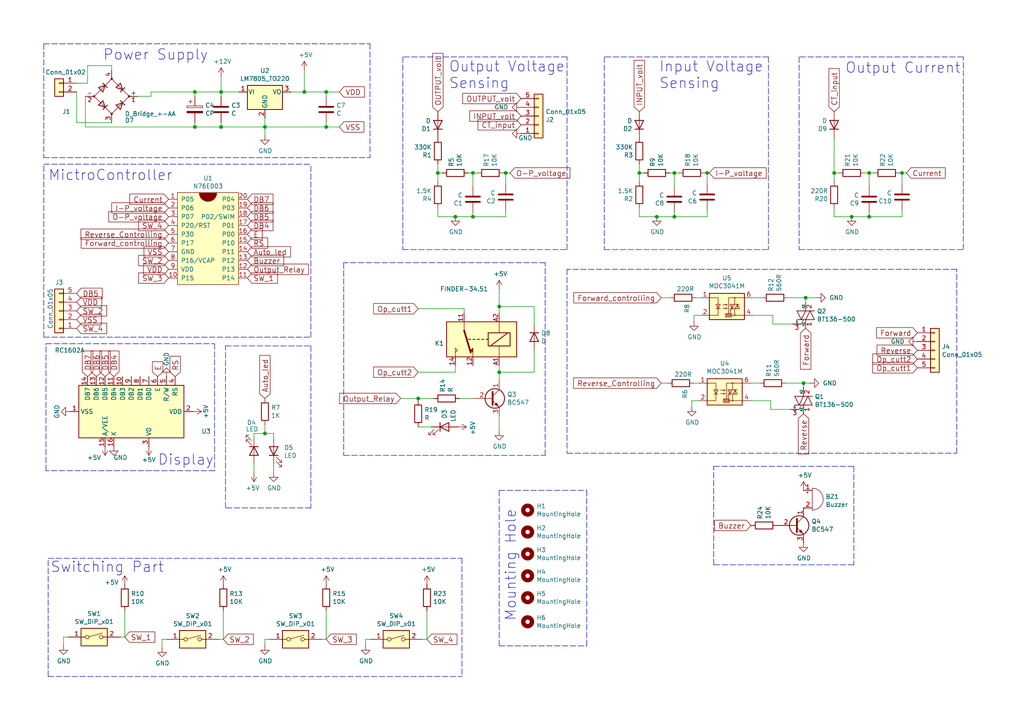
<source format=kicad_sch>
(kicad_sch (version 20231120) (generator "eeschema") (generator_version "8.0")
  (paper "A4")
  (junction (at 76.835 125.73))
  (junction (at 76.835 36.83))
  (junction (at 195.58 62.865))
  (junction (at 185.42 50.165))
  (junction (at 144.78 107.95))
  (junction (at 88.265 26.67))
  (junction (at 94.615 26.67))
  (junction (at 205.105 50.165))
  (junction (at 137.16 50.165))
  (junction (at 233.045 111.125))
  (junction (at 144.78 88.9))
  (junction (at 146.685 50.165))
  (junction (at 64.135 36.83))
  (junction (at 56.515 26.67))
  (junction (at 195.58 50.165))
  (junction (at 233.68 86.36))
  (junction (at 56.515 36.83))
  (junction (at 64.135 26.67))
  (junction (at 241.935 50.165))
  (junction (at 252.095 62.865))
  (junction (at 94.615 36.83))
  (junction (at 261.62 50.165))
  (junction (at 137.16 62.865))
  (junction (at 190.5 62.865))
  (junction (at 121.285 115.57))
  (junction (at 252.095 50.165))
  (junction (at 127 50.165))
  (junction (at 247.015 62.865))
  (junction (at 132.08 62.865))
  (wire (pts (xy 32.385 19.05) (xy 32.385 20.32)))
  (wire (pts (xy 24.765 36.83) (xy 56.515 36.83)))
  (wire (pts (xy 24.765 27.94) (xy 24.765 36.83)))
  (wire (pts (xy 106.045 187.325) (xy 106.045 185.42)))
  (wire (pts (xy 185.42 50.165) (xy 185.42 52.705)))
  (wire (pts (xy 204.47 50.165) (xy 205.105 50.165)))
  (wire (pts (xy 94.615 35.56) (xy 94.615 36.83)))
  (wire (pts (xy 116.205 115.57) (xy 121.285 115.57)))
  (wire (pts (xy 76.835 125.73) (xy 76.835 123.19)))
  (wire (pts (xy 64.135 26.67) (xy 69.215 26.67)))
  (wire (pts (xy 76.835 125.73) (xy 79.375 125.73)))
  (wire (pts (xy 233.045 111.125) (xy 234.95 111.125)))
  (polyline (pts (xy 65.405 147.32) (xy 65.405 100.33)) (stroke (width 0) (type dash)))
  (wire (pts (xy 146.685 62.865) (xy 146.685 60.96)))
  (wire (pts (xy 205.105 53.34) (xy 205.105 50.165)))
  (polyline (pts (xy 158.115 76.2) (xy 99.695 76.2)) (stroke (width 0) (type dash)))
  (polyline (pts (xy 175.26 72.39) (xy 222.885 72.39)) (stroke (width 0) (type dash)))
  (wire (pts (xy 252.095 50.165) (xy 250.825 50.165)))
  (polyline (pts (xy 164.465 131.445) (xy 277.495 131.445)) (stroke (width 0) (type dash)))
  (polyline (pts (xy 99.695 132.08) (xy 158.115 132.08)) (stroke (width 0) (type dash)))
  (wire (pts (xy 76.835 36.83) (xy 94.615 36.83)))
  (polyline (pts (xy 247.65 163.83) (xy 207.01 163.83)) (stroke (width 0) (type dash)))
  (wire (pts (xy 78.105 185.42) (xy 76.835 185.42)))
  (wire (pts (xy 247.015 62.865) (xy 252.095 62.865)))
  (polyline (pts (xy 222.885 16.51) (xy 222.885 72.39)) (stroke (width 0) (type dash)))
  (wire (pts (xy 252.095 61.595) (xy 252.095 62.865)))
  (polyline (pts (xy 12.7 47.625) (xy 90.17 47.625)) (stroke (width 0) (type dash)))
  (polyline (pts (xy 144.78 187.325) (xy 170.18 187.325)) (stroke (width 0) (type dash)))
  (polyline (pts (xy 164.465 78.105) (xy 164.465 131.445)) (stroke (width 0) (type dash)))
  (wire (pts (xy 73.66 134.62) (xy 73.66 137.16)))
  (wire (pts (xy 107.315 185.42) (xy 106.045 185.42)))
  (wire (pts (xy 40.005 27.94) (xy 43.815 27.94)))
  (wire (pts (xy 64.135 36.83) (xy 56.515 36.83)))
  (wire (pts (xy 186.69 50.165) (xy 185.42 50.165)))
  (wire (pts (xy 218.44 91.44) (xy 224.155 91.44)))
  (wire (pts (xy 261.62 50.165) (xy 261.62 53.34)))
  (wire (pts (xy 127 60.325) (xy 127 62.865)))
  (wire (pts (xy 64.77 177.165) (xy 64.77 185.42)))
  (wire (pts (xy 22.225 35.56) (xy 32.385 35.56)))
  (wire (pts (xy 144.78 88.9) (xy 154.94 88.9)))
  (polyline (pts (xy 133.985 161.925) (xy 133.985 196.215)) (stroke (width 0) (type dash)))
  (polyline (pts (xy 13.335 99.695) (xy 62.23 99.695)) (stroke (width 0) (type dash)))
  (polyline (pts (xy 65.405 100.33) (xy 90.17 100.33)) (stroke (width 0) (type dash)))
  (polyline (pts (xy 116.84 16.51) (xy 116.84 72.39)) (stroke (width 0) (type dash)))
  (wire (pts (xy 137.16 61.595) (xy 137.16 62.865)))
  (wire (pts (xy 94.615 36.83) (xy 98.425 36.83)))
  (wire (pts (xy 154.94 107.95) (xy 154.94 101.6)))
  (polyline (pts (xy 279.4 16.51) (xy 231.775 16.51)) (stroke (width 0) (type dash)))
  (polyline (pts (xy 12.7 97.79) (xy 90.17 97.79)) (stroke (width 0) (type dash)))
  (polyline (pts (xy 144.78 142.24) (xy 144.78 187.325)) (stroke (width 0) (type dash)))
  (wire (pts (xy 233.045 112.395) (xy 233.045 111.125)))
  (wire (pts (xy 127 47.625) (xy 127 50.165)))
  (wire (pts (xy 94.615 177.165) (xy 94.615 185.42)))
  (wire (pts (xy 261.62 50.165) (xy 262.89 50.165)))
  (polyline (pts (xy 13.97 196.215) (xy 13.97 161.925)) (stroke (width 0) (type dash)))
  (wire (pts (xy 25.4 24.13) (xy 25.4 19.05)))
  (polyline (pts (xy 175.26 16.51) (xy 175.26 72.39)) (stroke (width 0) (type dash)))
  (wire (pts (xy 146.685 50.165) (xy 147.955 50.165)))
  (wire (pts (xy 144.78 83.82) (xy 144.78 88.9)))
  (wire (pts (xy 46.99 187.96) (xy 46.99 185.42)))
  (wire (pts (xy 128.27 50.165) (xy 127 50.165)))
  (wire (pts (xy 144.78 88.9) (xy 144.78 90.805)))
  (wire (pts (xy 127 62.865) (xy 132.08 62.865)))
  (wire (pts (xy 241.935 62.865) (xy 247.015 62.865)))
  (wire (pts (xy 56.515 36.83) (xy 56.515 35.56)))
  (polyline (pts (xy 13.97 196.215) (xy 133.985 196.215)) (stroke (width 0) (type dash)))
  (wire (pts (xy 76.835 187.325) (xy 76.835 185.42)))
  (wire (pts (xy 220.345 111.125) (xy 217.805 111.125)))
  (wire (pts (xy 200.66 116.205) (xy 202.565 116.205)))
  (wire (pts (xy 144.78 107.95) (xy 144.78 110.49)))
  (wire (pts (xy 228.6 86.36) (xy 233.68 86.36)))
  (wire (pts (xy 241.935 50.165) (xy 241.935 52.705)))
  (wire (pts (xy 137.16 50.165) (xy 135.89 50.165)))
  (polyline (pts (xy 231.775 16.51) (xy 231.775 72.39)) (stroke (width 0) (type dash)))
  (wire (pts (xy 64.135 26.67) (xy 64.135 22.225)))
  (polyline (pts (xy 13.335 136.525) (xy 13.335 99.695)) (stroke (width 0) (type dash)))
  (wire (pts (xy 191.77 111.125) (xy 193.675 111.125)))
  (wire (pts (xy 190.5 62.865) (xy 195.58 62.865)))
  (wire (pts (xy 22.225 24.13) (xy 25.4 24.13)))
  (wire (pts (xy 241.935 60.325) (xy 241.935 62.865)))
  (polyline (pts (xy 90.17 97.79) (xy 90.17 47.625)) (stroke (width 0) (type dash)))
  (wire (pts (xy 144.78 107.95) (xy 154.94 107.95)))
  (polyline (pts (xy 99.695 76.2) (xy 99.695 132.08)) (stroke (width 0) (type dash)))
  (polyline (pts (xy 277.495 131.445) (xy 277.495 78.105)) (stroke (width 0) (type dash)))
  (wire (pts (xy 252.095 50.165) (xy 253.365 50.165)))
  (wire (pts (xy 94.615 185.42) (xy 93.345 185.42)))
  (wire (pts (xy 201.295 93.345) (xy 201.295 91.44)))
  (wire (pts (xy 137.16 53.975) (xy 137.16 50.165)))
  (wire (pts (xy 144.78 106.045) (xy 144.78 107.95)))
  (wire (pts (xy 252.095 62.865) (xy 261.62 62.865)))
  (polyline (pts (xy 247.65 135.255) (xy 247.65 163.83)) (stroke (width 0) (type dash)))
  (wire (pts (xy 123.825 185.42) (xy 122.555 185.42)))
  (wire (pts (xy 76.835 34.29) (xy 76.835 36.83)))
  (polyline (pts (xy 12.7 97.79) (xy 12.7 47.625)) (stroke (width 0) (type dash)))
  (wire (pts (xy 134.62 90.805) (xy 134.62 89.535)))
  (wire (pts (xy 19.685 184.785) (xy 18.415 184.785)))
  (wire (pts (xy 56.515 26.67) (xy 64.135 26.67)))
  (polyline (pts (xy 277.495 78.105) (xy 164.465 78.105)) (stroke (width 0) (type dash)))
  (wire (pts (xy 88.265 26.67) (xy 94.615 26.67)))
  (wire (pts (xy 224.155 93.98) (xy 229.87 93.98)))
  (wire (pts (xy 134.62 89.535) (xy 121.285 89.535)))
  (polyline (pts (xy 164.465 16.51) (xy 116.84 16.51)) (stroke (width 0) (type dash)))
  (wire (pts (xy 185.42 60.325) (xy 185.42 62.865)))
  (wire (pts (xy 236.855 86.36) (xy 233.68 86.36)))
  (polyline (pts (xy 158.115 132.08) (xy 158.115 76.2)) (stroke (width 0) (type dash)))
  (wire (pts (xy 252.095 53.975) (xy 252.095 50.165)))
  (polyline (pts (xy 12.7 12.7) (xy 12.7 45.72)) (stroke (width 0) (type dash)))
  (wire (pts (xy 201.295 111.125) (xy 202.565 111.125)))
  (polyline (pts (xy 62.23 136.525) (xy 13.335 136.525)) (stroke (width 0) (type dash)))
  (polyline (pts (xy 12.7 12.7) (xy 107.315 12.7)) (stroke (width 0) (type dash)))
  (wire (pts (xy 195.58 50.165) (xy 196.85 50.165)))
  (wire (pts (xy 261.62 62.865) (xy 261.62 60.96)))
  (wire (pts (xy 64.77 185.42) (xy 63.5 185.42)))
  (wire (pts (xy 123.825 177.165) (xy 123.825 185.42)))
  (polyline (pts (xy 207.01 135.255) (xy 247.65 135.255)) (stroke (width 0) (type dash)))
  (wire (pts (xy 243.205 50.165) (xy 241.935 50.165)))
  (wire (pts (xy 121.285 115.57) (xy 121.285 116.205)))
  (wire (pts (xy 223.52 118.745) (xy 229.235 118.745)))
  (polyline (pts (xy 144.78 142.24) (xy 170.18 142.24)) (stroke (width 0) (type dash)))
  (wire (pts (xy 36.195 177.165) (xy 36.195 184.785)))
  (wire (pts (xy 205.105 50.165) (xy 205.74 50.165)))
  (wire (pts (xy 217.805 116.205) (xy 223.52 116.205)))
  (polyline (pts (xy 90.17 100.33) (xy 90.17 147.32)) (stroke (width 0) (type dash)))
  (polyline (pts (xy 12.7 45.72) (xy 107.315 45.72)) (stroke (width 0) (type dash)))
  (wire (pts (xy 195.58 50.165) (xy 194.31 50.165)))
  (wire (pts (xy 191.77 86.36) (xy 194.31 86.36)))
  (wire (pts (xy 43.815 26.67) (xy 56.515 26.67)))
  (polyline (pts (xy 164.465 72.39) (xy 164.465 16.51)) (stroke (width 0) (type dash)))
  (wire (pts (xy 121.285 107.95) (xy 132.08 107.95)))
  (wire (pts (xy 76.835 39.37) (xy 76.835 36.83)))
  (polyline (pts (xy 13.97 161.925) (xy 133.985 161.925)) (stroke (width 0) (type dash)))
  (polyline (pts (xy 207.01 163.83) (xy 207.01 135.255)) (stroke (width 0) (type dash)))
  (wire (pts (xy 220.98 86.36) (xy 218.44 86.36)))
  (wire (pts (xy 201.295 91.44) (xy 203.2 91.44)))
  (wire (pts (xy 200.66 118.11) (xy 200.66 116.205)))
  (wire (pts (xy 79.375 134.62) (xy 79.375 137.16)))
  (wire (pts (xy 132.08 107.95) (xy 132.08 106.045)))
  (polyline (pts (xy 170.18 142.24) (xy 170.18 187.325)) (stroke (width 0) (type dash)))
  (wire (pts (xy 260.985 50.165) (xy 261.62 50.165)))
  (wire (pts (xy 127 50.165) (xy 127 52.705)))
  (wire (pts (xy 195.58 61.595) (xy 195.58 62.865)))
  (polyline (pts (xy 107.315 12.7) (xy 107.315 45.72)) (stroke (width 0) (type dash)))
  (wire (pts (xy 88.265 20.32) (xy 88.265 26.67)))
  (wire (pts (xy 137.16 50.165) (xy 138.43 50.165)))
  (polyline (pts (xy 90.17 147.32) (xy 65.405 147.32)) (stroke (width 0) (type dash)))
  (wire (pts (xy 79.375 125.73) (xy 79.375 127)))
  (wire (pts (xy 144.78 120.65) (xy 144.78 125.095)))
  (wire (pts (xy 201.93 86.36) (xy 203.2 86.36)))
  (wire (pts (xy 64.135 27.94) (xy 64.135 26.67)))
  (wire (pts (xy 241.935 40.005) (xy 241.935 50.165)))
  (wire (pts (xy 73.66 127) (xy 73.66 125.73)))
  (wire (pts (xy 25.4 19.05) (xy 32.385 19.05)))
  (wire (pts (xy 146.685 50.165) (xy 146.685 53.34)))
  (wire (pts (xy 195.58 53.975) (xy 195.58 50.165)))
  (wire (pts (xy 22.225 26.67) (xy 22.225 35.56)))
  (wire (pts (xy 185.42 62.865) (xy 190.5 62.865)))
  (wire (pts (xy 137.16 62.865) (xy 146.685 62.865)))
  (wire (pts (xy 125.73 115.57) (xy 121.285 115.57)))
  (wire (pts (xy 18.415 187.325) (xy 18.415 184.785)))
  (wire (pts (xy 223.52 116.205) (xy 223.52 118.745)))
  (wire (pts (xy 94.615 27.94) (xy 94.615 26.67)))
  (wire (pts (xy 34.925 184.785) (xy 36.195 184.785)))
  (wire (pts (xy 195.58 62.865) (xy 205.105 62.865)))
  (wire (pts (xy 227.965 111.125) (xy 233.045 111.125)))
  (polyline (pts (xy 231.775 72.39) (xy 279.4 72.39)) (stroke (width 0) (type dash)))
  (polyline (pts (xy 116.84 72.39) (xy 164.465 72.39)) (stroke (width 0) (type dash)))
  (wire (pts (xy 224.155 91.44) (xy 224.155 93.98)))
  (wire (pts (xy 233.68 87.63) (xy 233.68 86.36)))
  (wire (pts (xy 64.135 35.56) (xy 64.135 36.83)))
  (wire (pts (xy 121.285 123.825) (xy 125.095 123.825)))
  (wire (pts (xy 48.26 185.42) (xy 46.99 185.42)))
  (polyline (pts (xy 279.4 72.39) (xy 279.4 16.51)) (stroke (width 0) (type dash)))
  (wire (pts (xy 146.05 50.165) (xy 146.685 50.165)))
  (wire (pts (xy 132.08 62.865) (xy 137.16 62.865)))
  (wire (pts (xy 84.455 26.67) (xy 88.265 26.67)))
  (wire (pts (xy 43.815 27.94) (xy 43.815 26.67)))
  (wire (pts (xy 154.94 88.9) (xy 154.94 93.98)))
  (wire (pts (xy 56.515 27.94) (xy 56.515 26.67)))
  (wire (pts (xy 64.135 36.83) (xy 76.835 36.83)))
  (polyline (pts (xy 222.885 16.51) (xy 175.26 16.51)) (stroke (width 0) (type dash)))
  (wire (pts (xy 73.66 125.73) (xy 76.835 125.73)))
  (wire (pts (xy 205.105 62.865) (xy 205.105 60.96)))
  (polyline (pts (xy 62.23 99.695) (xy 62.23 136.525)) (stroke (width 0) (type dash)))
  (wire (pts (xy 185.42 47.625) (xy 185.42 50.165)))
  (wire (pts (xy 94.615 26.67) (xy 98.425 26.67)))
  (wire (pts (xy 133.35 115.57) (xy 137.16 115.57)))
  (text "Power Supply\n" (at 29.845 17.78 0) (effects (font (size 2.9972 2.9972)) (justify left bottom)))
  (text "Switching Part\n" (at 14.605 166.37 0) (effects (font (size 2.9972 2.9972)) (justify left bottom)))
  (text "1. Update 1206 R & C\n" (at 304.8 34.29 0) (effects (font (size 2.9972 2.9972)) (justify left bottom)))
  (text "Mounting Hole" (at 149.86 180.34 90) (effects (font (size 2.9972 2.9972)) (justify left bottom)))
  (text "Output Current" (at 245.11 21.59 0) (effects (font (size 2.9972 2.9972)) (justify left bottom)))
  (text "Note*\n" (at 304.8 24.765 0) (effects (font (size 2.9972 2.9972)) (justify left bottom)))
  (text "2. Update Block teminal 5x1 and 2x1\n" (at 304.8 42.545 0) (effects (font (size 2.9972 2.9972)) (justify left bottom)))
  (text "MictroController" (at 13.97 52.705 0) (effects (font (size 2.9972 2.9972)) (justify left bottom)))
  (text "Output Voltage \nSensing" (at 130.175 26.035 0) (effects (font (size 2.9972 2.9972)) (justify left bottom)))
  (text "Display" (at 45.72 135.255 0) (effects (font (size 2.9972 2.9972)) (justify left bottom)))
  (text "Input Voltage \nSensing" (at 191.135 26.035 0) (effects (font (size 2.9972 2.9972)) (justify left bottom)))
  (global_label "Reverse" (shape input) (at 233.045 120.015 270) (effects (font (size 1.524 1.524))) (property "Intersheetrefs" "${INTERSHEET_REFS}" (effects (hide yes))))
  (global_label "SW_3" (shape input) (at 48.895 80.645 180) (effects (font (size 1.524 1.524))) (property "Intersheetrefs" "${INTERSHEET_REFS}" (effects (hide yes))))
  (global_label "Current" (shape input) (at 262.89 50.165 0) (effects (font (size 1.524 1.524))) (property "Intersheetrefs" "${INTERSHEET_REFS}" (effects (hide yes))))
  (global_label "Op_cutt1" (shape input) (at 266.065 106.68 180) (effects (font (size 1.524 1.524))) (property "Intersheetrefs" "${INTERSHEET_REFS}" (effects (hide yes))))
  (global_label "SW_2" (shape input) (at 64.77 185.42 0) (effects (font (size 1.524 1.524))) (property "Intersheetrefs" "${INTERSHEET_REFS}" (effects (hide yes))))
  (global_label "OUTPUT_volt" (shape input) (at 127 32.385 90) (effects (font (size 1.524 1.524))) (property "Intersheetrefs" "${INTERSHEET_REFS}" (effects (hide yes))))
  (global_label "DB4" (shape input) (at 71.755 65.405 0) (effects (font (size 1.524 1.524))) (property "Intersheetrefs" "${INTERSHEET_REFS}" (effects (hide yes))))
  (global_label "DB7" (shape input) (at 25.4 109.22 90) (effects (font (size 1.524 1.524))) (property "Intersheetrefs" "${INTERSHEET_REFS}" (effects (hide yes))))
  (global_label "VDD" (shape input) (at 48.895 78.105 180) (effects (font (size 1.524 1.524))) (property "Intersheetrefs" "${INTERSHEET_REFS}" (effects (hide yes))))
  (global_label "DB5" (shape input) (at 71.755 62.865 0) (effects (font (size 1.524 1.524))) (property "Intersheetrefs" "${INTERSHEET_REFS}" (effects (hide yes))))
  (global_label "DB5" (shape input) (at 22.225 85.09 0) (effects (font (size 1.524 1.524))) (property "Intersheetrefs" "${INTERSHEET_REFS}" (effects (hide yes))))
  (global_label "Forward" (shape input) (at 266.065 96.52 180) (effects (font (size 1.524 1.524))) (property "Intersheetrefs" "${INTERSHEET_REFS}" (effects (hide yes))))
  (global_label "O-P_voltage" (shape input) (at 48.895 62.865 180) (effects (font (size 1.524 1.524))) (property "Intersheetrefs" "${INTERSHEET_REFS}" (effects (hide yes))))
  (global_label "VSS" (shape input) (at 48.895 73.025 180) (effects (font (size 1.524 1.524))) (property "Intersheetrefs" "${INTERSHEET_REFS}" (effects (hide yes))))
  (global_label "RS" (shape input) (at 71.755 70.485 0) (effects (font (size 1.524 1.524))) (property "Intersheetrefs" "${INTERSHEET_REFS}" (effects (hide yes))))
  (global_label "VSS" (shape input) (at 22.225 92.71 0) (effects (font (size 1.524 1.524))) (property "Intersheetrefs" "${INTERSHEET_REFS}" (effects (hide yes))))
  (global_label "Output_Relay" (shape input) (at 71.755 78.105 0) (effects (font (size 1.524 1.524))) (property "Intersheetrefs" "${INTERSHEET_REFS}" (effects (hide yes))))
  (global_label "Output_Relay" (shape input) (at 116.205 115.57 180) (effects (font (size 1.524 1.524))) (property "Intersheetrefs" "${INTERSHEET_REFS}" (effects (hide yes))))
  (global_label "OUTPUT_volt" (shape input) (at 151.13 28.575 180) (effects (font (size 1.524 1.524))) (property "Intersheetrefs" "${INTERSHEET_REFS}" (effects (hide yes))))
  (global_label "DB6" (shape input) (at 27.94 109.22 90) (effects (font (size 1.524 1.524))) (property "Intersheetrefs" "${INTERSHEET_REFS}" (effects (hide yes))))
  (global_label "Op_cutt2" (shape input) (at 266.065 104.14 180) (effects (font (size 1.524 1.524))) (property "Intersheetrefs" "${INTERSHEET_REFS}" (effects (hide yes))))
  (global_label "VDD" (shape input) (at 98.425 26.67 0) (effects (font (size 1.524 1.524))) (property "Intersheetrefs" "${INTERSHEET_REFS}" (effects (hide yes))))
  (global_label "Buzzer" (shape input) (at 217.805 152.4 180) (effects (font (size 1.524 1.524))) (property "Intersheetrefs" "${INTERSHEET_REFS}" (effects (hide yes))))
  (global_label "RS" (shape input) (at 50.8 109.22 90) (effects (font (size 1.524 1.524))) (property "Intersheetrefs" "${INTERSHEET_REFS}" (effects (hide yes))))
  (global_label "I-P_voltage" (shape input) (at 205.74 50.165 0) (effects (font (size 1.524 1.524))) (property "Intersheetrefs" "${INTERSHEET_REFS}" (effects (hide yes))))
  (global_label "DB7" (shape input) (at 71.755 57.785 0) (effects (font (size 1.524 1.524))) (property "Intersheetrefs" "${INTERSHEET_REFS}" (effects (hide yes))))
  (global_label "SW_4" (shape input) (at 123.825 185.42 0) (effects (font (size 1.524 1.524))) (property "Intersheetrefs" "${INTERSHEET_REFS}" (effects (hide yes))))
  (global_label "Op_cutt2" (shape input) (at 121.285 107.95 180) (effects (font (size 1.524 1.524))) (property "Intersheetrefs" "${INTERSHEET_REFS}" (effects (hide yes))))
  (global_label "SW_2" (shape input) (at 48.895 75.565 180) (effects (font (size 1.524 1.524))) (property "Intersheetrefs" "${INTERSHEET_REFS}" (effects (hide yes))))
  (global_label "Reverse" (shape input) (at 266.065 101.6 180) (effects (font (size 1.524 1.524))) (property "Intersheetrefs" "${INTERSHEET_REFS}" (effects (hide yes))))
  (global_label "SW_4" (shape input) (at 22.225 95.25 0) (effects (font (size 1.524 1.524))) (property "Intersheetrefs" "${INTERSHEET_REFS}" (effects (hide yes))))
  (global_label "E" (shape input) (at 71.755 67.945 0) (effects (font (size 1.524 1.524))) (property "Intersheetrefs" "${INTERSHEET_REFS}" (effects (hide yes))))
  (global_label "SW_1" (shape input) (at 71.755 80.645 0) (effects (font (size 1.524 1.524))) (property "Intersheetrefs" "${INTERSHEET_REFS}" (effects (hide yes))))
  (global_label "SW_1" (shape input) (at 36.195 184.785 0) (effects (font (size 1.524 1.524))) (property "Intersheetrefs" "${INTERSHEET_REFS}" (effects (hide yes))))
  (global_label "INPUT_volt" (shape input) (at 185.42 32.385 90) (effects (font (size 1.524 1.524))) (property "Intersheetrefs" "${INTERSHEET_REFS}" (effects (hide yes))))
  (global_label "I-P_voltage" (shape input) (at 48.895 60.325 180) (effects (font (size 1.524 1.524))) (property "Intersheetrefs" "${INTERSHEET_REFS}" (effects (hide yes))))
  (global_label "O-P_voltage" (shape input) (at 147.955 50.165 0) (effects (font (size 1.524 1.524))) (property "Intersheetrefs" "${INTERSHEET_REFS}" (effects (hide yes))))
  (global_label "VSS" (shape input) (at 98.425 36.83 0) (effects (font (size 1.524 1.524))) (property "Intersheetrefs" "${INTERSHEET_REFS}" (effects (hide yes))))
  (global_label "CT_input" (shape input) (at 241.935 32.385 90) (effects (font (size 1.524 1.524))) (property "Intersheetrefs" "${INTERSHEET_REFS}" (effects (hide yes))))
  (global_label "VDD" (shape input) (at 22.225 87.63 0) (effects (font (size 1.524 1.524))) (property "Intersheetrefs" "${INTERSHEET_REFS}" (effects (hide yes))))
  (global_label "Reverse_Controlling" (shape input) (at 48.895 67.945 180) (effects (font (size 1.524 1.524))) (property "Intersheetrefs" "${INTERSHEET_REFS}" (effects (hide yes))))
  (global_label "Auto_led" (shape input) (at 76.835 115.57 90) (effects (font (size 1.524 1.524))) (property "Intersheetrefs" "${INTERSHEET_REFS}" (effects (hide yes))))
  (global_label "Forward" (shape input) (at 233.68 95.25 270) (effects (font (size 1.524 1.524))) (property "Intersheetrefs" "${INTERSHEET_REFS}" (effects (hide yes))))
  (global_label "Buzzer" (shape input) (at 71.755 75.565 0) (effects (font (size 1.524 1.524))) (property "Intersheetrefs" "${INTERSHEET_REFS}" (effects (hide yes))))
  (global_label "DB4" (shape input) (at 33.02 109.22 90) (effects (font (size 1.524 1.524))) (property "Intersheetrefs" "${INTERSHEET_REFS}" (effects (hide yes))))
  (global_label "Op_cutt1" (shape input) (at 121.285 89.535 180) (effects (font (size 1.524 1.524))) (property "Intersheetrefs" "${INTERSHEET_REFS}" (effects (hide yes))))
  (global_label "CT_input" (shape input) (at 151.13 36.195 180) (effects (font (size 1.524 1.524))) (property "Intersheetrefs" "${INTERSHEET_REFS}" (effects (hide yes))))
  (global_label "Reverse_Controlling" (shape input) (at 191.77 111.125 180) (effects (font (size 1.524 1.524))) (property "Intersheetrefs" "${INTERSHEET_REFS}" (effects (hide yes))))
  (global_label "Auto_led" (shape input) (at 71.755 73.025 0) (effects (font (size 1.524 1.524))) (property "Intersheetrefs" "${INTERSHEET_REFS}" (effects (hide yes))))
  (global_label "DB5" (shape input) (at 30.48 109.22 90) (effects (font (size 1.524 1.524))) (property "Intersheetrefs" "${INTERSHEET_REFS}" (effects (hide yes))))
  (global_label "Current" (shape input) (at 48.895 57.785 180) (effects (font (size 1.524 1.524))) (property "Intersheetrefs" "${INTERSHEET_REFS}" (effects (hide yes))))
  (global_label "INPUT_volt" (shape input) (at 151.13 33.655 180) (effects (font (size 1.524 1.524))) (property "Intersheetrefs" "${INTERSHEET_REFS}" (effects (hide yes))))
  (global_label "Forward_controlling" (shape input) (at 48.895 70.485 180) (effects (font (size 1.524 1.524))) (property "Intersheetrefs" "${INTERSHEET_REFS}" (effects (hide yes))))
  (global_label "DB6" (shape input) (at 71.755 60.325 0) (effects (font (size 1.524 1.524))) (property "Intersheetrefs" "${INTERSHEET_REFS}" (effects (hide yes))))
  (global_label "E" (shape input) (at 45.72 109.22 90) (effects (font (size 1.524 1.524))) (property "Intersheetrefs" "${INTERSHEET_REFS}" (effects (hide yes))))
  (global_label "SW_3" (shape input) (at 94.615 185.42 0) (effects (font (size 1.524 1.524))) (property "Intersheetrefs" "${INTERSHEET_REFS}" (effects (hide yes))))
  (global_label "SW_2" (shape input) (at 22.225 90.17 0) (effects (font (size 1.524 1.524))) (property "Intersheetrefs" "${INTERSHEET_REFS}" (effects (hide yes))))
  (global_label "Forward_controlling" (shape input) (at 191.77 86.36 180) (effects (font (size 1.524 1.524))) (property "Intersheetrefs" "${INTERSHEET_REFS}" (effects (hide yes))))
  (global_label "SW_4" (shape input) (at 48.895 65.405 180) (effects (font (size 1.524 1.524))) (property "Intersheetrefs" "${INTERSHEET_REFS}" (effects (hide yes))))
  (symbol (lib_id "My_Custom_Library:N76E003") (at 60.325 69.85 0) (unit 1)
    (property "Reference" "U1" (at 60.325 51.689 0))
    (property "Value" "N76E003" (at 60.325 54.0004 0))
    (property "Footprint" "My Custom Footprint:SSOP-20_5.3x7.2mm_P0.65mm" (effects (hide yes)))
  )
  (symbol (lib_id "Connector_Generic:Conn_01x05") (at 17.145 90.17 180) (unit 1)
    (property "Reference" "J3" (at 17.145 81.915 0))
    (property "Value" "Conn_01x05" (at 14.605 89.535 90))
    (property "Footprint" "My Custom Footprint:5_Pin_PinHeader_1x05_P2.54mm_Vertical" (effects (hide yes)))
  )
  (symbol (lib_id "power:GND") (at 76.835 39.37 0) (unit 1)
    (property "Reference" "#PWR0101" (effects (hide yes)))
    (property "Value" "GND" (at 76.962 43.7642 0))
  )
  (symbol (lib_id "power:+5V") (at 88.265 20.32 0) (unit 1)
    (property "Reference" "#PWR0102" (effects (hide yes)))
    (property "Value" "+5V" (at 88.646 15.9258 0))
  )
  (symbol (lib_id "Device:CP") (at 56.515 31.75 0) (unit 1)
    (property "Reference" "C4" (at 59.5122 30.5816 0) (effects (justify left)))
    (property "Value" "CP" (at 59.5122 32.893 0) (effects (justify left)))
    (property "Footprint" "My Custom Footprint:CP_Radial_D8.0mm_P5.00mm" (effects (hide yes)))
  )
  (symbol (lib_id "power:GND") (at 190.5 62.865 0) (unit 1)
    (property "Reference" "#PWR0103" (effects (hide yes)))
    (property "Value" "GND" (at 190.627 67.2592 0))
  )
  (symbol (lib_id "Device:R") (at 185.42 43.815 0) (unit 1)
    (property "Reference" "R3" (at 183.642 44.9834 0) (effects (justify right)))
    (property "Value" "330K" (at 183.642 42.672 0) (effects (justify right)))
    (property "Footprint" "My Custom Footprint:R_1206_3216Metric" (effects (hide yes)))
  )
  (symbol (lib_id "Device:R") (at 185.42 56.515 0) (unit 1)
    (property "Reference" "R2" (at 183.642 57.6834 0) (effects (justify right)))
    (property "Value" "1.5K" (at 183.642 55.372 0) (effects (justify right)))
    (property "Footprint" "My Custom Footprint:R_1206_3216Metric" (effects (hide yes)))
  )
  (symbol (lib_id "Device:C") (at 64.135 31.75 180) (unit 1)
    (property "Reference" "C3" (at 67.056 30.5816 0) (effects (justify right)))
    (property "Value" "C" (at 67.056 32.893 0) (effects (justify right)))
    (property "Footprint" "My Custom Footprint:C_1206_3216Metric" (effects (hide yes)))
  )
  (symbol (lib_id "Device:C") (at 94.615 31.75 180) (unit 1)
    (property "Reference" "C7" (at 97.536 30.5816 0) (effects (justify right)))
    (property "Value" "C" (at 97.536 32.893 0) (effects (justify right)))
    (property "Footprint" "My Custom Footprint:C_1206_3216Metric" (effects (hide yes)))
  )
  (symbol (lib_id "Device:R") (at 190.5 50.165 270) (unit 1)
    (property "Reference" "R9" (at 189.3316 48.387 0) (effects (justify right)))
    (property "Value" "10K" (at 191.643 48.387 0) (effects (justify right)))
    (property "Footprint" "My Custom Footprint:R_1206_3216Metric" (effects (hide yes)))
  )
  (symbol (lib_id "Device:C") (at 195.58 57.785 0) (unit 1)
    (property "Reference" "C8" (at 192.659 58.9534 0) (effects (justify right)))
    (property "Value" "C" (at 192.659 56.642 0) (effects (justify right)))
    (property "Footprint" "My Custom Footprint:C_1206_3216Metric" (effects (hide yes)))
  )
  (symbol (lib_id "Mechanical:MountingHole") (at 153.035 147.955 0) (unit 1)
    (property "Reference" "H1" (at 155.575 146.7866 0) (effects (justify left)))
    (property "Value" "MountingHole" (at 155.575 149.098 0) (effects (justify left)))
    (property "Footprint" "MountingHole:MountingHole_3.2mm_M3_Pad_Via" (effects (hide yes)))
  )
  (symbol (lib_id "Mechanical:MountingHole") (at 153.035 154.305 0) (unit 1)
    (property "Reference" "H2" (at 155.575 153.1366 0) (effects (justify left)))
    (property "Value" "MountingHole" (at 155.575 155.448 0) (effects (justify left)))
    (property "Footprint" "MountingHole:MountingHole_3.2mm_M3_Pad_Via" (effects (hide yes)))
  )
  (symbol (lib_id "Mechanical:MountingHole") (at 153.035 160.655 0) (unit 1)
    (property "Reference" "H3" (at 155.575 159.4866 0) (effects (justify left)))
    (property "Value" "MountingHole" (at 155.575 161.798 0) (effects (justify left)))
    (property "Footprint" "MountingHole:MountingHole_3.2mm_M3_Pad_Via" (effects (hide yes)))
  )
  (symbol (lib_id "Mechanical:MountingHole") (at 153.035 167.005 0) (unit 1)
    (property "Reference" "H4" (at 155.575 165.8366 0) (effects (justify left)))
    (property "Value" "MountingHole" (at 155.575 168.148 0) (effects (justify left)))
    (property "Footprint" "MountingHole:MountingHole_3.2mm_M3_Pad_Via" (effects (hide yes)))
  )
  (symbol (lib_id "Device:C") (at 137.16 57.785 0) (unit 1)
    (property "Reference" "C1" (at 134.239 58.9534 0) (effects (justify right)))
    (property "Value" "C" (at 134.239 56.642 0) (effects (justify right)))
    (property "Footprint" "My Custom Footprint:C_1206_3216Metric" (effects (hide yes)))
  )
  (symbol (lib_id "Device:R") (at 132.08 50.165 270) (unit 1)
    (property "Reference" "R5" (at 130.9116 48.387 0) (effects (justify right)))
    (property "Value" "10K" (at 133.223 48.387 0) (effects (justify right)))
    (property "Footprint" "My Custom Footprint:R_1206_3216Metric" (effects (hide yes)))
  )
  (symbol (lib_id "Device:R") (at 127 56.515 0) (unit 1)
    (property "Reference" "R4" (at 125.222 57.6834 0) (effects (justify right)))
    (property "Value" "1.5K" (at 125.222 55.372 0) (effects (justify right)))
    (property "Footprint" "My Custom Footprint:R_1206_3216Metric" (effects (hide yes)))
  )
  (symbol (lib_id "Device:R") (at 127 43.815 0) (unit 1)
    (property "Reference" "R1" (at 125.222 44.9834 0) (effects (justify right)))
    (property "Value" "330K" (at 125.222 42.672 0) (effects (justify right)))
    (property "Footprint" "My Custom Footprint:R_1206_3216Metric" (effects (hide yes)))
  )
  (symbol (lib_id "power:GND") (at 132.08 62.865 0) (unit 1)
    (property "Reference" "#PWR0105" (effects (hide yes)))
    (property "Value" "GND" (at 132.207 67.2592 0))
  )
  (symbol (lib_id "Device:D") (at 185.42 36.195 90) (unit 1)
    (property "Reference" "D2" (at 183.388 37.3634 90) (effects (justify left)))
    (property "Value" "D" (at 183.388 35.052 90) (effects (justify left)))
    (property "Footprint" "My Custom Footprint:D_1206" (effects (hide yes)))
  )
  (symbol (lib_id "Device:D") (at 127 36.195 90) (unit 1)
    (property "Reference" "D1" (at 124.968 37.3634 90) (effects (justify left)))
    (property "Value" "D" (at 124.968 35.052 90) (effects (justify left)))
    (property "Footprint" "My Custom Footprint:D_1206" (effects (hide yes)))
  )
  (symbol (lib_id "Device:R") (at 94.615 173.355 180) (unit 1)
    (property "Reference" "R15" (at 96.393 172.1866 0) (effects (justify right)))
    (property "Value" "10K" (at 96.393 174.498 0) (effects (justify right)))
    (property "Footprint" "My Custom Footprint:R_1206_3216Metric" (effects (hide yes)))
  )
  (symbol (lib_id "Relay_SolidState:MOC3041M") (at 210.82 88.9 0) (unit 1)
    (property "Reference" "U5" (at 210.82 80.645 0))
    (property "Value" "MOC3041M" (at 210.82 82.9564 0))
    (property "Footprint" "Package_DIP:DIP-6_W7.62mm_Socket_LongPads" (effects (hide yes)))
    (property "Datasheet" "https://www.onsemi.com/pub/Collateral/MOC3043M-D.pdf" (effects (hide yes)))
  )
  (symbol (lib_id "Triac_Thyristor:BT136-500") (at 233.68 91.44 0) (unit 1)
    (property "Reference" "Q2" (at 236.9312 90.2716 0) (effects (justify left)))
    (property "Value" "BT136-500" (at 236.9312 92.583 0) (effects (justify left)))
    (property "Footprint" "Package_TO_SOT_THT:TO-220-3_Vertical" (effects (hide yes)))
    (property "Datasheet" "http://www.micropik.com/PDF/BT136-600.pdf" (effects (hide yes)))
  )
  (symbol (lib_id "Device:R") (at 224.79 86.36 270) (unit 1)
    (property "Reference" "R12" (at 223.6216 84.582 0) (effects (justify right)))
    (property "Value" "560R" (at 225.933 84.582 0) (effects (justify right)))
    (property "Footprint" "My Custom Footprint:R_1206_3216Metric" (effects (hide yes)))
  )
  (symbol (lib_id "Device:R") (at 64.77 173.355 180) (unit 1)
    (property "Reference" "R13" (at 66.548 172.1866 0) (effects (justify right)))
    (property "Value" "10K" (at 66.548 174.498 0) (effects (justify right)))
    (property "Footprint" "My Custom Footprint:R_1206_3216Metric" (effects (hide yes)))
  )
  (symbol (lib_id "power:GND") (at 201.295 93.345 0) (unit 1)
    (property "Reference" "#PWR0106" (effects (hide yes)))
    (property "Value" "GND" (at 201.422 97.7392 0))
  )
  (symbol (lib_id "Device:R") (at 36.195 173.355 180) (unit 1)
    (property "Reference" "R10" (at 37.973 172.1866 0) (effects (justify right)))
    (property "Value" "10K" (at 37.973 174.498 0) (effects (justify right)))
    (property "Footprint" "My Custom Footprint:R_1206_3216Metric" (effects (hide yes)))
  )
  (symbol (lib_id "Device:R") (at 198.12 86.36 90) (unit 1)
    (property "Reference" "R8" (at 199.2884 88.138 0) (effects (justify right)))
    (property "Value" "220R" (at 196.215 83.82 90) (effects (justify right)))
    (property "Footprint" "My Custom Footprint:R_1206_3216Metric" (effects (hide yes)))
  )
  (symbol (lib_id "Relay_SolidState:MOC3041M") (at 210.185 113.665 0) (unit 1)
    (property "Reference" "U4" (at 210.185 105.41 0))
    (property "Value" "MOC3041M" (at 210.185 107.7214 0))
    (property "Footprint" "Package_DIP:DIP-6_W7.62mm_Socket_LongPads" (effects (hide yes)))
    (property "Datasheet" "https://www.onsemi.com/pub/Collateral/MOC3043M-D.pdf" (effects (hide yes)))
  )
  (symbol (lib_id "Triac_Thyristor:BT136-500") (at 233.045 116.205 0) (unit 1)
    (property "Reference" "Q1" (at 236.2962 115.0366 0) (effects (justify left)))
    (property "Value" "BT136-500" (at 236.2962 117.348 0) (effects (justify left)))
    (property "Footprint" "Package_TO_SOT_THT:TO-220-3_Vertical" (effects (hide yes)))
    (property "Datasheet" "http://www.micropik.com/PDF/BT136-600.pdf" (effects (hide yes)))
  )
  (symbol (lib_id "Device:R") (at 224.155 111.125 270) (unit 1)
    (property "Reference" "R11" (at 222.9866 109.347 0) (effects (justify right)))
    (property "Value" "560R" (at 225.298 109.347 0) (effects (justify right)))
    (property "Footprint" "My Custom Footprint:R_1206_3216Metric" (effects (hide yes)))
  )
  (symbol (lib_id "power:GND") (at 200.66 118.11 0) (unit 1)
    (property "Reference" "#PWR0107" (effects (hide yes)))
    (property "Value" "GND" (at 200.787 122.5042 0))
  )
  (symbol (lib_id "power:GND") (at 18.415 187.325 0) (unit 1)
    (property "Reference" "#PWR0111" (effects (hide yes)))
    (property "Value" "GND" (at 18.542 191.7192 0))
  )
  (symbol (lib_id "power:GND") (at 46.99 187.96 0) (unit 1)
    (property "Reference" "#PWR0112" (effects (hide yes)))
    (property "Value" "GND" (at 47.117 192.3542 0))
  )
  (symbol (lib_id "power:GND") (at 76.835 187.325 0) (unit 1)
    (property "Reference" "#PWR0113" (effects (hide yes)))
    (property "Value" "GND" (at 76.962 191.7192 0))
  )
  (symbol (lib_id "power:+5V") (at 36.195 169.545 0) (unit 1)
    (property "Reference" "#PWR0114" (effects (hide yes)))
    (property "Value" "+5V" (at 32.385 168.91 0))
  )
  (symbol (lib_id "power:+5V") (at 64.77 169.545 0) (unit 1)
    (property "Reference" "#PWR0115" (effects (hide yes)))
    (property "Value" "+5V" (at 65.151 165.1508 0))
  )
  (symbol (lib_id "power:+5V") (at 94.615 169.545 0) (unit 1)
    (property "Reference" "#PWR0116" (effects (hide yes)))
    (property "Value" "+5V" (at 94.996 165.1508 0))
  )
  (symbol (lib_id "Device:D") (at 154.94 97.79 270) (unit 1)
    (property "Reference" "D8" (at 156.972 96.6216 90) (effects (justify left)))
    (property "Value" "D" (at 156.972 98.933 90) (effects (justify left)))
    (property "Footprint" "My Custom Footprint:D_1206" (effects (hide yes)))
  )
  (symbol (lib_id "Transistor_BJT:BC547") (at 142.24 115.57 0) (unit 1)
    (property "Reference" "Q3" (at 147.0914 114.4016 0) (effects (justify left)))
    (property "Value" "BC547" (at 147.0914 116.713 0) (effects (justify left)))
    (property "Footprint" "My Custom Footprint:SOT-23_Transistor" (effects (hide yes)))
    (property "Datasheet" "https://www.onsemi.com/pub/Collateral/BC550-D.pdf" (effects (hide yes)))
  )
  (symbol (lib_id "power:GND") (at 144.78 125.095 0) (unit 1)
    (property "Reference" "#PWR0108" (effects (hide yes)))
    (property "Value" "GND" (at 144.907 129.4892 0))
  )
  (symbol (lib_id "power:+12V") (at 64.135 22.225 0) (unit 1)
    (property "Reference" "#PWR0109" (effects (hide yes)))
    (property "Value" "+12V" (at 64.516 17.8308 0))
  )
  (symbol (lib_id "Device:R") (at 129.54 115.57 270) (unit 1)
    (property "Reference" "R14" (at 128.3716 113.792 0) (effects (justify right)))
    (property "Value" "R" (at 130.683 113.792 0) (effects (justify right)))
    (property "Footprint" "My Custom Footprint:R_1206_3216Metric" (effects (hide yes)))
  )
  (symbol (lib_id "Device:R") (at 197.485 111.125 90) (unit 1)
    (property "Reference" "R6" (at 198.6534 112.903 0) (effects (justify right)))
    (property "Value" "220R" (at 195.58 108.585 90) (effects (justify right)))
    (property "Footprint" "My Custom Footprint:R_1206_3216Metric" (effects (hide yes)))
  )
  (symbol (lib_id "Device:R") (at 76.835 119.38 180) (unit 1)
    (property "Reference" "R7" (at 78.613 118.2116 0) (effects (justify right)))
    (property "Value" "1K" (at 78.613 120.523 0) (effects (justify right)))
    (property "Footprint" "My Custom Footprint:R_1206_3216Metric" (effects (hide yes)))
  )
  (symbol (lib_id "power:GND") (at 79.375 137.16 0) (unit 1)
    (property "Reference" "#PWR0117" (effects (hide yes)))
    (property "Value" "GND" (at 79.502 141.5542 0))
  )
  (symbol (lib_id "Display_Character:RC1602A") (at 38.1 119.38 270) (unit 1)
    (property "Reference" "U3" (at 58.42 125.095 90) (effects (justify left)))
    (property "Value" "RC1602A" (at 15.875 101.6 90) (effects (justify left)))
    (property "Footprint" "Display:WC1602A" (effects (hide yes)))
    (property "Datasheet" "http://www.raystar-optronics.com/down.php?ProID=18" (effects (hide yes)))
  )
  (symbol (lib_id "power:+5V") (at 30.48 129.54 180) (unit 1)
    (property "Reference" "#PWR0118" (effects (hide yes)))
    (property "Value" "+5V" (at 27.305 132.715 0))
  )
  (symbol (lib_id "power:GND") (at 33.02 129.54 0) (unit 1)
    (property "Reference" "#PWR0119" (effects (hide yes)))
    (property "Value" "GND" (at 34.925 132.715 0))
  )
  (symbol (lib_id "power:GND") (at 48.26 109.22 180) (unit 1)
    (property "Reference" "#PWR0120" (effects (hide yes)))
    (property "Value" "GND" (at 48.26 104.14 90))
  )
  (symbol (lib_id "power:GND") (at 20.32 119.38 270) (unit 1)
    (property "Reference" "#PWR0121" (effects (hide yes)))
    (property "Value" "GND" (at 16.51 119.38 0))
  )
  (symbol (lib_id "power:+5V") (at 55.88 119.38 270) (unit 1)
    (property "Reference" "#PWR0122" (effects (hide yes)))
    (property "Value" "+5V" (at 59.69 119.38 0))
  )
  (symbol (lib_id "power:+5V") (at 43.18 129.54 180) (unit 1)
    (property "Reference" "#PWR0123" (effects (hide yes)))
    (property "Value" "+5V" (at 43.18 133.35 0))
  )
  (symbol (lib_id "power:GND") (at 266.065 99.06 270) (unit 1)
    (property "Reference" "#PWR0124" (effects (hide yes)))
    (property "Value" "GND" (at 260.35 99.06 90))
  )
  (symbol (lib_id "Device:D_Bridge_+-AA") (at 32.385 27.94 0) (mirror x) (unit 1)
    (property "Reference" "D7" (at 36.195 34.925 0) (effects (justify left)))
    (property "Value" "D_Bridge_+-AA" (at 36.195 33.02 0) (effects (justify left)))
    (property "Footprint" "My Custom Footprint:MB10_bridge" (effects (hide yes)))
  )
  (symbol (lib_id "Connector_Generic:Conn_01x02") (at 17.145 24.13 0) (mirror y) (unit 1)
    (property "Reference" "J1" (at 19.2278 32.385 0))
    (property "Value" "Conn_01x02" (at 19.05 20.955 0))
    (property "Footprint" "My Custom Footprint:Block_connector_2x1_H1.5_P8" (effects (hide yes)))
  )
  (symbol (lib_id "Switch:SW_DIP_x01") (at 27.305 184.785 0) (unit 1)
    (property "Reference" "SW1" (at 27.305 178.0032 0))
    (property "Value" "SW_DIP_x01" (at 27.305 180.3146 0))
    (property "Footprint" "Button_Switch_THT:SW_PUSH-12mm" (effects (hide yes)))
  )
  (symbol (lib_id "Switch:SW_DIP_x01") (at 55.88 185.42 0) (unit 1)
    (property "Reference" "SW2" (at 55.88 178.6382 0))
    (property "Value" "SW_DIP_x01" (at 55.88 180.9496 0))
    (property "Footprint" "Button_Switch_THT:SW_PUSH-12mm" (effects (hide yes)))
  )
  (symbol (lib_id "Switch:SW_DIP_x01") (at 85.725 185.42 0) (unit 1)
    (property "Reference" "SW3" (at 85.725 178.6382 0))
    (property "Value" "SW_DIP_x01" (at 85.725 180.9496 0))
    (property "Footprint" "Button_Switch_THT:SW_PUSH-12mm" (effects (hide yes)))
  )
  (symbol (lib_id "My_Custom_Library:LED") (at 79.375 130.81 90) (unit 1)
    (property "Reference" "D5" (at 82.3722 129.8194 90) (effects (justify right)))
    (property "Value" "LED" (at 82.3722 132.1308 90) (effects (justify right)))
    (property "Footprint" "LED_THT:LED_D3.0mm" (effects (hide yes)))
  )
  (symbol (lib_id "My_Custom_Library:LED") (at 73.66 130.81 270) (unit 1)
    (property "Reference" "D4" (at 74.295 122.555 90) (effects (justify right)))
    (property "Value" "LED" (at 74.93 124.46 90) (effects (justify right)))
    (property "Footprint" "LED_THT:LED_D3.0mm" (effects (hide yes)))
  )
  (symbol (lib_id "My_Custom_Library:LED") (at 128.905 123.825 0) (unit 1)
    (property "Reference" "D3" (at 128.905 118.745 90) (effects (justify right)))
    (property "Value" "LED" (at 131.445 118.745 90) (effects (justify right)))
    (property "Footprint" "LED_THT:LED_D3.0mm" (effects (hide yes)))
  )
  (symbol (lib_id "Device:R") (at 121.285 120.015 180) (unit 1)
    (property "Reference" "R19" (at 123.063 118.8466 0) (effects (justify right)))
    (property "Value" "R" (at 123.063 121.158 0) (effects (justify right)))
    (property "Footprint" "My Custom Footprint:R_1206_3216Metric" (effects (hide yes)))
  )
  (symbol (lib_id "Device:R") (at 142.24 50.165 270) (unit 1)
    (property "Reference" "R17" (at 141.0716 48.387 0) (effects (justify right)))
    (property "Value" "10K" (at 143.383 48.387 0) (effects (justify right)))
    (property "Footprint" "My Custom Footprint:R_1206_3216Metric" (effects (hide yes)))
  )
  (symbol (lib_id "Device:C") (at 146.685 57.15 0) (unit 1)
    (property "Reference" "C2" (at 143.764 58.3184 0) (effects (justify right)))
    (property "Value" "C" (at 143.764 56.007 0) (effects (justify right)))
    (property "Footprint" "My Custom Footprint:C_1206_3216Metric" (effects (hide yes)))
  )
  (symbol (lib_id "Device:R") (at 200.66 50.165 270) (unit 1)
    (property "Reference" "R18" (at 199.4916 48.387 0) (effects (justify right)))
    (property "Value" "10K" (at 201.803 48.387 0) (effects (justify right)))
    (property "Footprint" "My Custom Footprint:R_1206_3216Metric" (effects (hide yes)))
  )
  (symbol (lib_id "Device:C") (at 205.105 57.15 0) (unit 1)
    (property "Reference" "C6" (at 202.184 58.3184 0) (effects (justify right)))
    (property "Value" "C" (at 202.184 56.007 0) (effects (justify right)))
    (property "Footprint" "My Custom Footprint:C_1206_3216Metric" (effects (hide yes)))
  )
  (symbol (lib_id "power:+5V") (at 144.78 83.82 0) (unit 1)
    (property "Reference" "#PWR0110" (effects (hide yes)))
    (property "Value" "+5V" (at 145.161 79.4258 0))
  )
  (symbol (lib_id "power:GND") (at 234.95 111.125 90) (unit 1)
    (property "Reference" "#PWR0125" (effects (hide yes)))
    (property "Value" "GND" (at 240.665 111.125 90))
  )
  (symbol (lib_id "power:GND") (at 236.855 86.36 90) (unit 1)
    (property "Reference" "#PWR0126" (effects (hide yes)))
    (property "Value" "GND" (at 242.57 86.36 90))
  )
  (symbol (lib_id "Device:D") (at 241.935 36.195 90) (unit 1)
    (property "Reference" "D9" (at 239.903 37.3634 90) (effects (justify left)))
    (property "Value" "D" (at 239.903 35.052 90) (effects (justify left)))
    (property "Footprint" "My Custom Footprint:D_1206" (effects (hide yes)))
  )
  (symbol (lib_id "power:GND") (at 247.015 62.865 0) (unit 1)
    (property "Reference" "#PWR0127" (effects (hide yes)))
    (property "Value" "GND" (at 247.142 67.2592 0))
  )
  (symbol (lib_id "Device:R") (at 241.935 56.515 0) (unit 1)
    (property "Reference" "R20" (at 240.157 57.6834 0) (effects (justify right)))
    (property "Value" "220R" (at 240.157 55.372 0) (effects (justify right)))
    (property "Footprint" "My Custom Footprint:R_1206_3216Metric" (effects (hide yes)))
  )
  (symbol (lib_id "Device:R") (at 247.015 50.165 270) (unit 1)
    (property "Reference" "R21" (at 245.8466 48.387 0) (effects (justify right)))
    (property "Value" "10K" (at 248.158 48.387 0) (effects (justify right)))
    (property "Footprint" "My Custom Footprint:R_1206_3216Metric" (effects (hide yes)))
  )
  (symbol (lib_id "Device:C") (at 252.095 57.785 0) (unit 1)
    (property "Reference" "C9" (at 249.174 58.9534 0) (effects (justify right)))
    (property "Value" "C" (at 249.174 56.642 0) (effects (justify right)))
    (property "Footprint" "My Custom Footprint:C_1206_3216Metric" (effects (hide yes)))
  )
  (symbol (lib_id "Device:R") (at 257.175 50.165 270) (unit 1)
    (property "Reference" "R22" (at 256.0066 48.387 0) (effects (justify right)))
    (property "Value" "10K" (at 258.318 48.387 0) (effects (justify right)))
    (property "Footprint" "My Custom Footprint:R_1206_3216Metric" (effects (hide yes)))
  )
  (symbol (lib_id "Device:C") (at 261.62 57.15 0) (unit 1)
    (property "Reference" "C10" (at 258.699 58.3184 0) (effects (justify right)))
    (property "Value" "C" (at 258.699 56.007 0) (effects (justify right)))
    (property "Footprint" "My Custom Footprint:C_1206_3216Metric" (effects (hide yes)))
  )
  (symbol (lib_id "power:+5V") (at 73.66 137.16 180) (unit 1)
    (property "Reference" "#PWR0131" (effects (hide yes)))
    (property "Value" "+5V" (at 73.279 141.5542 0))
  )
  (symbol (lib_id "power:+5V") (at 132.715 123.825 270) (unit 1)
    (property "Reference" "#PWR0132" (effects (hide yes)))
    (property "Value" "+5V" (at 137.1092 124.206 0))
  )
  (symbol (lib_id "Relay:FINDER-34.51") (at 139.7 98.425 180) (unit 1)
    (property "Reference" "K1" (at 128.778 99.5934 0) (effects (justify left)))
    (property "Value" "FINDER-34.51" (at 141.605 83.82 0) (effects (justify left)))
    (property "Footprint" "Relay_THT:Relay_SPDT_Finder_36.11" (effects (hide yes)))
    (property "Datasheet" "https://gfinder.findernet.com/public/attachments/34/EN/S34USAEN.pdf" (effects (hide yes)))
  )
  (symbol (lib_id "Regulator_Linear:LM7805_TO220") (at 76.835 26.67 0) (unit 1)
    (property "Reference" "U2" (at 76.835 20.5232 0))
    (property "Value" "LM7805_TO220" (at 76.835 22.8346 0))
    (property "Footprint" "My Custom Footprint:TO-126_Horizontal_7805" (effects (hide yes)))
    (property "Datasheet" "https://www.onsemi.cn/PowerSolutions/document/MC7800-D.PDF" (effects (hide yes)))
  )
  (symbol (lib_id "power:GND") (at 151.13 31.115 270) (unit 1)
    (property "Reference" "#PWR0104" (effects (hide yes)))
    (property "Value" "GND" (at 145.415 31.115 90))
  )
  (symbol (lib_id "Transistor_BJT:BC547") (at 230.505 152.4 0) (unit 1)
    (property "Reference" "Q4" (at 235.3564 151.2316 0) (effects (justify left)))
    (property "Value" "BC547" (at 235.3564 153.543 0) (effects (justify left)))
    (property "Footprint" "My Custom Footprint:SOT-23_Transistor" (effects (hide yes)))
    (property "Datasheet" "https://www.onsemi.com/pub/Collateral/BC550-D.pdf" (effects (hide yes)))
  )
  (symbol (lib_id "power:+5V") (at 233.045 142.24 0) (unit 1)
    (property "Reference" "#PWR0129" (effects (hide yes)))
    (property "Value" "+5V" (at 233.426 137.8458 0))
  )
  (symbol (lib_id "Connector_Generic:Conn_01x05") (at 271.145 101.6 0) (unit 1)
    (property "Reference" "J4" (at 273.177 100.5332 0) (effects (justify left)))
    (property "Value" "Conn_01x05" (at 273.177 102.8446 0) (effects (justify left)))
    (property "Footprint" "My Custom Footprint:Block_connector_5x1_H1.5_P8" (effects (hide yes)))
  )
  (symbol (lib_id "Connector_Generic:Conn_01x05") (at 156.21 33.655 0) (mirror x) (unit 1)
    (property "Reference" "J2" (at 158.242 34.7218 0) (effects (justify left)))
    (property "Value" "Conn_01x05" (at 158.242 32.4104 0) (effects (justify left)))
    (property "Footprint" "My Custom Footprint:Block_connector_5x1_H1.5_P8" (effects (hide yes)))
  )
  (symbol (lib_id "power:GND") (at 151.13 38.735 270) (unit 1)
    (property "Reference" "#PWR0128" (effects (hide yes)))
    (property "Value" "GND" (at 152.4 40.005 90))
  )
  (symbol (lib_id "Device:R") (at 123.825 173.355 180) (unit 1)
    (property "Reference" "R23" (at 125.603 172.1866 0) (effects (justify right)))
    (property "Value" "10K" (at 125.603 174.498 0) (effects (justify right)))
    (property "Footprint" "My Custom Footprint:R_1206_3216Metric" (effects (hide yes)))
  )
  (symbol (lib_id "power:GND") (at 106.045 187.325 0) (unit 1)
    (property "Reference" "#PWR0133" (effects (hide yes)))
    (property "Value" "GND" (at 106.172 191.7192 0))
  )
  (symbol (lib_id "power:+5V") (at 123.825 169.545 0) (unit 1)
    (property "Reference" "#PWR0134" (effects (hide yes)))
    (property "Value" "+5V" (at 124.206 165.1508 0))
  )
  (symbol (lib_id "Switch:SW_DIP_x01") (at 114.935 185.42 0) (unit 1)
    (property "Reference" "SW4" (at 114.935 178.6382 0))
    (property "Value" "SW_DIP_x01" (at 114.935 180.9496 0))
    (property "Footprint" "Button_Switch_THT:SW_PUSH-12mm" (effects (hide yes)))
  )
  (symbol (lib_id "Device:Buzzer") (at 235.585 144.78 0) (unit 1)
    (property "Reference" "BZ1" (at 239.4458 144.0434 0) (effects (justify left)))
    (property "Value" "Buzzer" (at 239.4458 146.3548 0) (effects (justify left)))
    (property "Footprint" "Buzzer_Beeper:Buzzer_12x9.5RM7.6" (effects (hide yes)))
  )
  (symbol (lib_id "Device:R") (at 221.615 152.4 270) (unit 1)
    (property "Reference" "R24" (at 220.4466 150.622 0) (effects (justify right)))
    (property "Value" "10K" (at 222.758 150.622 0) (effects (justify right)))
    (property "Footprint" "My Custom Footprint:R_1206_3216Metric" (effects (hide yes)))
  )
  (symbol (lib_id "power:GND") (at 233.045 157.48 0) (unit 1)
    (property "Reference" "#PWR0135" (effects (hide yes)))
    (property "Value" "GND" (at 233.172 161.8742 0))
  )
  (symbol (lib_id "Mechanical:MountingHole") (at 153.035 173.355 0) (unit 1)
    (property "Reference" "H5" (at 155.575 172.1866 0) (effects (justify left)))
    (property "Value" "MountingHole" (at 155.575 174.498 0) (effects (justify left)))
    (property "Footprint" "MountingHole:MountingHole_3.2mm_M3_Pad_Via" (effects (hide yes)))
  )
  (symbol (lib_id "Mechanical:MountingHole") (at 153.035 180.34 0) (unit 1)
    (property "Reference" "H6" (at 155.575 179.1716 0) (effects (justify left)))
    (property "Value" "MountingHole" (at 155.575 181.483 0) (effects (justify left)))
    (property "Footprint" "MountingHole:MountingHole_3.2mm_M3_Pad_Via" (effects (hide yes)))
  )
)
</source>
